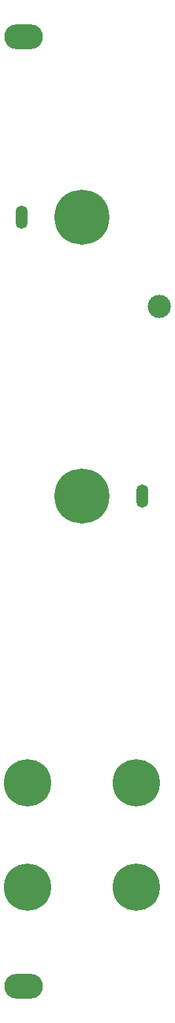
<source format=gbr>
G04 #@! TF.GenerationSoftware,KiCad,Pcbnew,(5.1.10)-1*
G04 #@! TF.CreationDate,2021-09-16T11:40:55-07:00*
G04 #@! TF.ProjectId,wavefolder_panel,77617665-666f-46c6-9465-725f70616e65,rev?*
G04 #@! TF.SameCoordinates,Original*
G04 #@! TF.FileFunction,Soldermask,Top*
G04 #@! TF.FilePolarity,Negative*
%FSLAX46Y46*%
G04 Gerber Fmt 4.6, Leading zero omitted, Abs format (unit mm)*
G04 Created by KiCad (PCBNEW (5.1.10)-1) date 2021-09-16 11:40:55*
%MOMM*%
%LPD*%
G01*
G04 APERTURE LIST*
%ADD10C,6.100000*%
%ADD11O,5.000000X3.200000*%
%ADD12C,3.000000*%
%ADD13O,1.500000X3.000000*%
%ADD14C,7.100000*%
G04 APERTURE END LIST*
D10*
X21000000Y6500000D03*
X7000000Y6500000D03*
X7000000Y20000000D03*
X21000000Y20000000D03*
D11*
X6500000Y-6250000D03*
X6500000Y116250000D03*
D12*
X24000000Y81500000D03*
D13*
X21800000Y57000000D03*
D14*
X14000000Y57000000D03*
X14000000Y93000000D03*
D13*
X6200000Y93000000D03*
M02*

</source>
